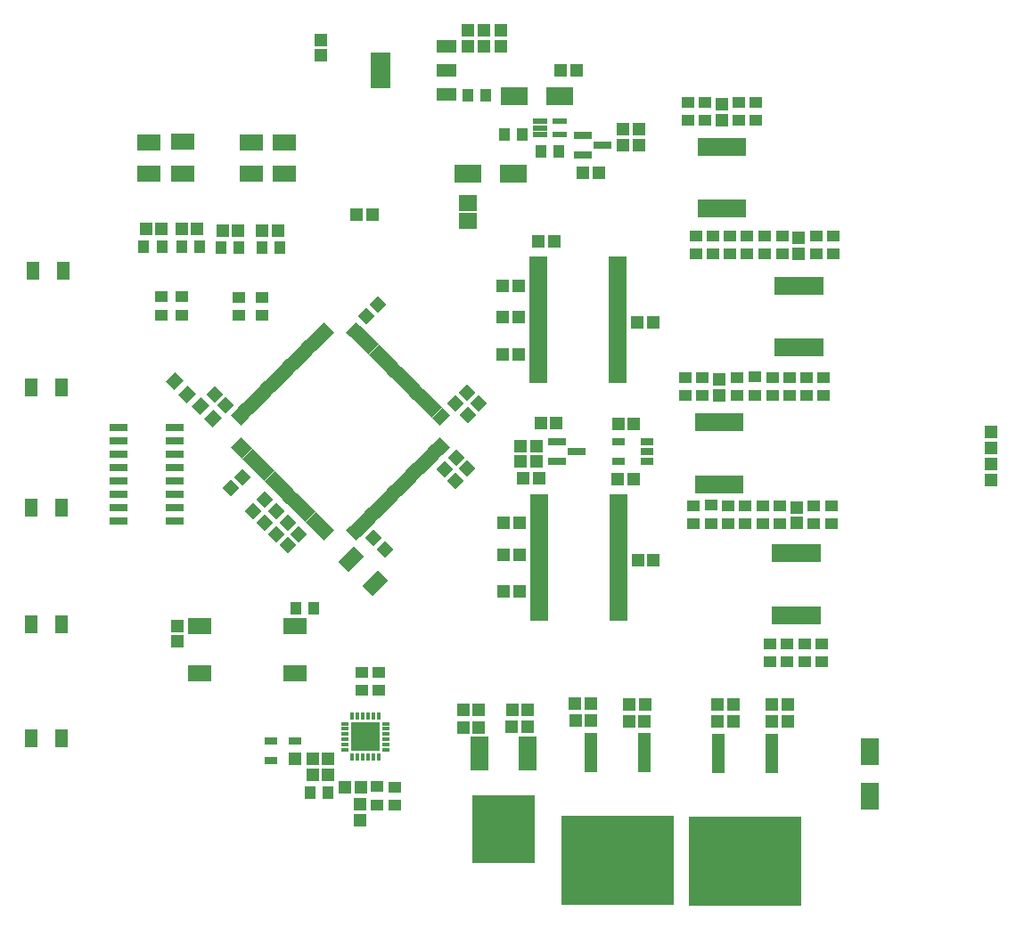
<source format=gtp>
G04*
G04 #@! TF.GenerationSoftware,Altium Limited,Altium Designer,25.2.1 (25)*
G04*
G04 Layer_Color=8421504*
%FSLAX44Y44*%
%MOMM*%
G71*
G04*
G04 #@! TF.SameCoordinates,A71CF6F4-CF6F-4F02-8CC4-27F24B5748F8*
G04*
G04*
G04 #@! TF.FilePolarity,Positive*
G04*
G01*
G75*
%ADD14R,1.2160X3.7040*%
%ADD15R,10.6900X8.5800*%
G04:AMPARAMS|DCode=16|XSize=1.15mm|YSize=1.15mm|CornerRadius=0mm|HoleSize=0mm|Usage=FLASHONLY|Rotation=0.000|XOffset=0mm|YOffset=0mm|HoleType=Round|Shape=RoundedRectangle|*
%AMROUNDEDRECTD16*
21,1,1.1500,1.1500,0,0,0.0*
21,1,1.1500,1.1500,0,0,0.0*
1,1,0.0000,0.5750,-0.5750*
1,1,0.0000,-0.5750,-0.5750*
1,1,0.0000,-0.5750,0.5750*
1,1,0.0000,0.5750,0.5750*
%
%ADD16ROUNDEDRECTD16*%
%ADD17R,1.2000X1.1000*%
%ADD18R,1.1000X1.2000*%
G04:AMPARAMS|DCode=19|XSize=1.3938mm|YSize=0.5048mm|CornerRadius=0mm|HoleSize=0mm|Usage=FLASHONLY|Rotation=135.000|XOffset=0mm|YOffset=0mm|HoleType=Round|Shape=Rectangle|*
%AMROTATEDRECTD19*
4,1,4,0.6713,-0.3143,0.3143,-0.6713,-0.6713,0.3143,-0.3143,0.6713,0.6713,-0.3143,0.0*
%
%ADD19ROTATEDRECTD19*%

%ADD20R,0.4000X0.8000*%
%ADD21R,0.8000X0.4000*%
%ADD22R,1.2900X1.7500*%
%ADD23R,2.7500X2.7500*%
G04:AMPARAMS|DCode=24|XSize=1.15mm|YSize=1.15mm|CornerRadius=0mm|HoleSize=0mm|Usage=FLASHONLY|Rotation=90.000|XOffset=0mm|YOffset=0mm|HoleType=Round|Shape=RoundedRectangle|*
%AMROUNDEDRECTD24*
21,1,1.1500,1.1500,0,0,90.0*
21,1,1.1500,1.1500,0,0,90.0*
1,1,0.0000,0.5750,0.5750*
1,1,0.0000,0.5750,-0.5750*
1,1,0.0000,-0.5750,-0.5750*
1,1,0.0000,-0.5750,0.5750*
%
%ADD24ROUNDEDRECTD24*%
%ADD25R,1.3000X0.8000*%
%ADD26R,1.3000X1.2500*%
%ADD27R,2.3000X1.6000*%
%ADD28R,2.3000X1.5500*%
G04:AMPARAMS|DCode=29|XSize=1.3938mm|YSize=0.5048mm|CornerRadius=0mm|HoleSize=0mm|Usage=FLASHONLY|Rotation=225.000|XOffset=0mm|YOffset=0mm|HoleType=Round|Shape=Rectangle|*
%AMROTATEDRECTD29*
4,1,4,0.3143,0.6713,0.6713,0.3143,-0.3143,-0.6713,-0.6713,-0.3143,0.3143,0.6713,0.0*
%
%ADD29ROTATEDRECTD29*%

%ADD30R,1.2000X0.8000*%
%ADD31R,2.5500X1.7500*%
%ADD32R,0.6500X1.6750*%
%ADD33R,1.4000X0.6000*%
%ADD34R,1.7500X2.5500*%
%ADD35R,1.9500X1.1500*%
%ADD36R,1.9500X3.4000*%
%ADD37R,1.6750X0.5000*%
%ADD38R,1.7000X0.7500*%
%ADD39R,6.0000X6.4000*%
%ADD40R,1.8000X3.2000*%
G04:AMPARAMS|DCode=41|XSize=1.2mm|YSize=1.1mm|CornerRadius=0mm|HoleSize=0mm|Usage=FLASHONLY|Rotation=45.000|XOffset=0mm|YOffset=0mm|HoleType=Round|Shape=Rectangle|*
%AMROTATEDRECTD41*
4,1,4,-0.0354,-0.8132,-0.8132,-0.0354,0.0354,0.8132,0.8132,0.0354,-0.0354,-0.8132,0.0*
%
%ADD41ROTATEDRECTD41*%

G04:AMPARAMS|DCode=42|XSize=2.1mm|YSize=1.4mm|CornerRadius=0mm|HoleSize=0mm|Usage=FLASHONLY|Rotation=225.000|XOffset=0mm|YOffset=0mm|HoleType=Round|Shape=Rectangle|*
%AMROTATEDRECTD42*
4,1,4,0.2475,1.2374,1.2374,0.2475,-0.2475,-1.2374,-1.2374,-0.2475,0.2475,1.2374,0.0*
%
%ADD42ROTATEDRECTD42*%

%ADD43R,1.7000X1.5000*%
G04:AMPARAMS|DCode=44|XSize=1.15mm|YSize=1.15mm|CornerRadius=0mm|HoleSize=0mm|Usage=FLASHONLY|Rotation=135.000|XOffset=0mm|YOffset=0mm|HoleType=Round|Shape=RoundedRectangle|*
%AMROUNDEDRECTD44*
21,1,1.1500,1.1500,0,0,135.0*
21,1,1.1500,1.1500,0,0,135.0*
1,1,0.0000,0.0000,0.8132*
1,1,0.0000,0.8132,0.0000*
1,1,0.0000,0.0000,-0.8132*
1,1,0.0000,-0.8132,0.0000*
%
%ADD44ROUNDEDRECTD44*%
G04:AMPARAMS|DCode=45|XSize=1.15mm|YSize=1.15mm|CornerRadius=0mm|HoleSize=0mm|Usage=FLASHONLY|Rotation=225.000|XOffset=0mm|YOffset=0mm|HoleType=Round|Shape=RoundedRectangle|*
%AMROUNDEDRECTD45*
21,1,1.1500,1.1500,0,0,225.0*
21,1,1.1500,1.1500,0,0,225.0*
1,1,0.0000,-0.8132,0.0000*
1,1,0.0000,0.0000,0.8132*
1,1,0.0000,0.8132,0.0000*
1,1,0.0000,0.0000,-0.8132*
%
%ADD45ROUNDEDRECTD45*%
%ADD46R,1.7000X0.8000*%
D14*
X990190Y157996D02*
D03*
X1040990D02*
D03*
X869394Y158496D02*
D03*
X920194D02*
D03*
D15*
X1015590Y55866D02*
D03*
X894794Y56366D02*
D03*
D16*
X1004770Y204164D02*
D03*
X989770D02*
D03*
Y188593D02*
D03*
X1004770D02*
D03*
X1041340Y204366D02*
D03*
X1056340D02*
D03*
Y188366D02*
D03*
X1041340D02*
D03*
X519182Y655078D02*
D03*
X534182D02*
D03*
X571998Y654689D02*
D03*
X556998D02*
D03*
X619590Y137170D02*
D03*
X604590D02*
D03*
X619590Y152941D02*
D03*
X604590D02*
D03*
X650340Y125441D02*
D03*
X635340D02*
D03*
X446326Y656298D02*
D03*
X461326D02*
D03*
X480141Y656364D02*
D03*
X495141D02*
D03*
X855274Y807112D02*
D03*
X840274D02*
D03*
X646604Y670179D02*
D03*
X661604D02*
D03*
X747811Y199286D02*
D03*
X762811D02*
D03*
X905199Y188593D02*
D03*
X920199D02*
D03*
X920541Y204164D02*
D03*
X905541D02*
D03*
X854394Y188866D02*
D03*
X869394D02*
D03*
X869294Y205116D02*
D03*
X854294D02*
D03*
X809023Y182904D02*
D03*
X794023D02*
D03*
X794311Y199286D02*
D03*
X809311D02*
D03*
X762811Y182786D02*
D03*
X747811D02*
D03*
X861541Y710112D02*
D03*
X876541D02*
D03*
X910011Y471024D02*
D03*
X895011D02*
D03*
X804710Y419115D02*
D03*
X819710D02*
D03*
X786273Y376840D02*
D03*
X801273D02*
D03*
X786278Y346615D02*
D03*
X801278D02*
D03*
X786528Y311865D02*
D03*
X801528D02*
D03*
X928778Y341865D02*
D03*
X913778D02*
D03*
X834120Y645042D02*
D03*
X819120D02*
D03*
X785590Y602431D02*
D03*
X800590D02*
D03*
X785590Y572431D02*
D03*
X800590D02*
D03*
X785590Y537431D02*
D03*
X800590D02*
D03*
X928090Y567681D02*
D03*
X913090D02*
D03*
X909980Y418445D02*
D03*
X894979D02*
D03*
X821530Y471973D02*
D03*
X836530D02*
D03*
D17*
X983182Y376730D02*
D03*
X1048648Y393431D02*
D03*
X1080850Y393330D02*
D03*
X666340Y109191D02*
D03*
Y126191D02*
D03*
X683090Y125941D02*
D03*
Y108941D02*
D03*
X1090121Y515433D02*
D03*
Y498433D02*
D03*
X1041545Y515523D02*
D03*
Y498523D02*
D03*
X1073913Y498431D02*
D03*
Y515431D02*
D03*
X1057663Y498431D02*
D03*
Y515431D02*
D03*
X1034316Y632733D02*
D03*
Y649733D02*
D03*
X1099125Y632673D02*
D03*
Y649673D02*
D03*
X1050816Y649733D02*
D03*
Y632733D02*
D03*
X1083090Y649576D02*
D03*
Y632575D02*
D03*
X1017717Y650061D02*
D03*
Y633061D02*
D03*
X968717Y650061D02*
D03*
Y633061D02*
D03*
X1001217D02*
D03*
Y650061D02*
D03*
X984967Y633061D02*
D03*
Y650061D02*
D03*
X961312Y759810D02*
D03*
Y776811D02*
D03*
X1026217Y759561D02*
D03*
Y776561D02*
D03*
X977455Y776961D02*
D03*
Y759961D02*
D03*
X1009717Y776811D02*
D03*
Y759811D02*
D03*
X556654Y574384D02*
D03*
Y591384D02*
D03*
X534670Y574431D02*
D03*
Y591431D02*
D03*
X480141Y574836D02*
D03*
Y591836D02*
D03*
X461326Y574836D02*
D03*
Y591836D02*
D03*
X651340Y218191D02*
D03*
X667590D02*
D03*
X651340Y235191D02*
D03*
X667590D02*
D03*
X1024873Y498649D02*
D03*
Y515649D02*
D03*
X974926Y498206D02*
D03*
Y515206D02*
D03*
X1007623Y515399D02*
D03*
Y498399D02*
D03*
X958640Y515130D02*
D03*
Y498130D02*
D03*
X983182Y393730D02*
D03*
X999406Y393522D02*
D03*
Y376522D02*
D03*
X966808Y376599D02*
D03*
Y393599D02*
D03*
X1015656Y376522D02*
D03*
Y393522D02*
D03*
X1080850Y376330D02*
D03*
X1048648Y376431D02*
D03*
X1097350Y393330D02*
D03*
Y376330D02*
D03*
X1032398Y393431D02*
D03*
Y376431D02*
D03*
X1055840Y261931D02*
D03*
Y244931D02*
D03*
X1072090Y261931D02*
D03*
Y244931D02*
D03*
X1039590Y244931D02*
D03*
Y261931D02*
D03*
X1088340Y244931D02*
D03*
Y261931D02*
D03*
D18*
X556528Y638954D02*
D03*
X573528D02*
D03*
X619340Y121013D02*
D03*
X602340D02*
D03*
X605993Y296170D02*
D03*
X588993D02*
D03*
X803931Y746706D02*
D03*
X786931D02*
D03*
X838860Y730464D02*
D03*
X821860D02*
D03*
X461539Y639811D02*
D03*
X444539D02*
D03*
X517446Y638942D02*
D03*
X534446D02*
D03*
X497308Y639811D02*
D03*
X480308D02*
D03*
X769160Y783362D02*
D03*
X752160D02*
D03*
D19*
X671782Y395088D02*
D03*
X668246Y391552D02*
D03*
X533896Y476405D02*
D03*
X537431Y479941D02*
D03*
X540967Y483476D02*
D03*
X544502Y487012D02*
D03*
X548038Y490547D02*
D03*
X551573Y494083D02*
D03*
X555109Y497618D02*
D03*
X558645Y501154D02*
D03*
X562180Y504689D02*
D03*
X565716Y508225D02*
D03*
X569251Y511760D02*
D03*
X572787Y515296D02*
D03*
X576322Y518832D02*
D03*
X579858Y522367D02*
D03*
X583393Y525903D02*
D03*
X586929Y529438D02*
D03*
X590464Y532974D02*
D03*
X594000Y536509D02*
D03*
X597535Y540045D02*
D03*
X601071Y543580D02*
D03*
X604607Y547116D02*
D03*
X608142Y550651D02*
D03*
X611678Y554187D02*
D03*
X615213Y557723D02*
D03*
X618749Y561258D02*
D03*
X728350Y451656D02*
D03*
X724815Y448121D02*
D03*
X721279Y444585D02*
D03*
X717744Y441050D02*
D03*
X714208Y437514D02*
D03*
X710673Y433979D02*
D03*
X707137Y430443D02*
D03*
X703601Y426908D02*
D03*
X700066Y423372D02*
D03*
X696530Y419837D02*
D03*
X692995Y416301D02*
D03*
X689459Y412766D02*
D03*
X685924Y409230D02*
D03*
X682388Y405695D02*
D03*
X678853Y402159D02*
D03*
X675317Y398624D02*
D03*
X664711Y388017D02*
D03*
X661175Y384481D02*
D03*
X657639Y380946D02*
D03*
X654104Y377410D02*
D03*
X650568Y373875D02*
D03*
X647033Y370339D02*
D03*
X643497Y366804D02*
D03*
D20*
X657340Y193191D02*
D03*
X642340D02*
D03*
X647340D02*
D03*
X652340D02*
D03*
X662340D02*
D03*
X667340D02*
D03*
Y154191D02*
D03*
X662340D02*
D03*
X657340D02*
D03*
X652340D02*
D03*
X647340D02*
D03*
X642340D02*
D03*
D21*
X635340Y176191D02*
D03*
X674340Y186191D02*
D03*
Y181191D02*
D03*
Y176191D02*
D03*
Y171191D02*
D03*
Y166191D02*
D03*
Y161191D02*
D03*
X635340D02*
D03*
Y166191D02*
D03*
Y171191D02*
D03*
Y181191D02*
D03*
Y186191D02*
D03*
D22*
X366050Y280884D02*
D03*
X337450D02*
D03*
X366050Y172376D02*
D03*
X337450D02*
D03*
X366050Y391945D02*
D03*
X337450D02*
D03*
Y506273D02*
D03*
X366050D02*
D03*
X367617Y616952D02*
D03*
X339017D02*
D03*
D23*
X654840Y173691D02*
D03*
D24*
X650090Y109441D02*
D03*
Y94441D02*
D03*
X476033Y279325D02*
D03*
Y264325D02*
D03*
X1066840Y647826D02*
D03*
Y632826D02*
D03*
X993590Y775061D02*
D03*
Y760061D02*
D03*
X612226Y836352D02*
D03*
Y821352D02*
D03*
X817672Y450234D02*
D03*
Y435234D02*
D03*
X801884Y450253D02*
D03*
Y435253D02*
D03*
X752035Y830043D02*
D03*
Y845043D02*
D03*
X767785Y830043D02*
D03*
Y845043D02*
D03*
X783785Y830043D02*
D03*
Y845043D02*
D03*
X991206Y498630D02*
D03*
Y513630D02*
D03*
X1064648Y376931D02*
D03*
Y391931D02*
D03*
X915090Y736459D02*
D03*
Y751459D02*
D03*
X899352Y736498D02*
D03*
Y751498D02*
D03*
X1249521Y432652D02*
D03*
Y417652D02*
D03*
Y448152D02*
D03*
Y463152D02*
D03*
D25*
X565340Y150741D02*
D03*
Y169941D02*
D03*
X588340D02*
D03*
D26*
Y152991D02*
D03*
D27*
X497173Y234496D02*
D03*
Y279095D02*
D03*
X588173Y234496D02*
D03*
Y279095D02*
D03*
D28*
X546467Y709040D02*
D03*
Y739040D02*
D03*
X481136Y739467D02*
D03*
Y709467D02*
D03*
X449613Y708967D02*
D03*
Y738967D02*
D03*
X577845Y709004D02*
D03*
Y739004D02*
D03*
D29*
X714208Y490547D02*
D03*
X707137Y497618D02*
D03*
X692995Y511760D02*
D03*
X696530Y508225D02*
D03*
X700066Y504689D02*
D03*
X703601Y501154D02*
D03*
X710673Y494083D02*
D03*
X643497Y561258D02*
D03*
X647033Y557723D02*
D03*
X650568Y554187D02*
D03*
X654104Y550651D02*
D03*
X657639Y547116D02*
D03*
X661175Y543580D02*
D03*
X664711Y540045D02*
D03*
X668246Y536509D02*
D03*
X671782Y532974D02*
D03*
X675317Y529438D02*
D03*
X678853Y525903D02*
D03*
X682388Y522367D02*
D03*
X685924Y518832D02*
D03*
X689459Y515296D02*
D03*
X717744Y487012D02*
D03*
X721279Y483476D02*
D03*
X724815Y479941D02*
D03*
X728350Y476405D02*
D03*
X618749Y366804D02*
D03*
X615213Y370339D02*
D03*
X611678Y373875D02*
D03*
X608142Y377410D02*
D03*
X604607Y380946D02*
D03*
X601071Y384481D02*
D03*
X597535Y388017D02*
D03*
X594000Y391552D02*
D03*
X590464Y395088D02*
D03*
X586929Y398624D02*
D03*
X583393Y402159D02*
D03*
X579858Y405695D02*
D03*
X576322Y409230D02*
D03*
X572787Y412766D02*
D03*
X569251Y416301D02*
D03*
X565716Y419837D02*
D03*
X562180Y423372D02*
D03*
X558645Y426908D02*
D03*
X555109Y430443D02*
D03*
X551573Y433979D02*
D03*
X548038Y437514D02*
D03*
X544502Y441050D02*
D03*
X540967Y444585D02*
D03*
X537431Y448121D02*
D03*
X533896Y451656D02*
D03*
D30*
X895031Y435214D02*
D03*
Y454214D02*
D03*
X922531D02*
D03*
Y444714D02*
D03*
Y435214D02*
D03*
D31*
X839774Y782351D02*
D03*
X796774D02*
D03*
X795117Y709119D02*
D03*
X752117D02*
D03*
D32*
X1086340Y543801D02*
D03*
X1079840D02*
D03*
X1073340D02*
D03*
X1066840D02*
D03*
X1060340D02*
D03*
X1053840D02*
D03*
X1047340D02*
D03*
Y602561D02*
D03*
X1053840D02*
D03*
X1060340D02*
D03*
X1066840D02*
D03*
X1073340D02*
D03*
X1079840D02*
D03*
X1086340D02*
D03*
X1013090Y675931D02*
D03*
X1006590D02*
D03*
X1000090D02*
D03*
X993590D02*
D03*
X987090D02*
D03*
X980590D02*
D03*
X974090D02*
D03*
Y734691D02*
D03*
X980590D02*
D03*
X987090D02*
D03*
X993590D02*
D03*
X1000090D02*
D03*
X1006590D02*
D03*
X1013090D02*
D03*
X1083840Y348061D02*
D03*
X1077340D02*
D03*
X1070840D02*
D03*
X1064340D02*
D03*
X1057840D02*
D03*
X1051340D02*
D03*
X1044840D02*
D03*
Y289301D02*
D03*
X1051340D02*
D03*
X1057840D02*
D03*
X1064340D02*
D03*
X1070840D02*
D03*
X1077340D02*
D03*
X1083840D02*
D03*
X1010840Y472561D02*
D03*
X1004340D02*
D03*
X997840D02*
D03*
X991340D02*
D03*
X984840D02*
D03*
X978340D02*
D03*
X971840D02*
D03*
Y413801D02*
D03*
X978340D02*
D03*
X984840D02*
D03*
X991340D02*
D03*
X997840D02*
D03*
X1004340D02*
D03*
X1010840D02*
D03*
D33*
X820774Y759128D02*
D03*
Y752628D02*
D03*
Y746128D02*
D03*
X839774D02*
D03*
Y759128D02*
D03*
D34*
X1134340Y159976D02*
D03*
Y116976D02*
D03*
D35*
X732410Y784112D02*
D03*
Y807112D02*
D03*
Y830112D02*
D03*
D36*
X669410Y807112D02*
D03*
D37*
X818960Y627931D02*
D03*
Y622931D02*
D03*
Y617931D02*
D03*
Y612931D02*
D03*
Y607931D02*
D03*
Y602931D02*
D03*
Y597931D02*
D03*
Y592931D02*
D03*
Y587931D02*
D03*
Y582931D02*
D03*
Y577931D02*
D03*
Y572931D02*
D03*
Y567931D02*
D03*
Y562931D02*
D03*
Y557931D02*
D03*
Y552931D02*
D03*
Y547931D02*
D03*
Y542931D02*
D03*
Y537931D02*
D03*
Y532931D02*
D03*
Y527931D02*
D03*
Y522931D02*
D03*
Y517931D02*
D03*
Y512931D02*
D03*
X894720D02*
D03*
Y517931D02*
D03*
Y522931D02*
D03*
Y527931D02*
D03*
Y532931D02*
D03*
Y537931D02*
D03*
Y542931D02*
D03*
Y547931D02*
D03*
Y552931D02*
D03*
Y557931D02*
D03*
Y562931D02*
D03*
Y567931D02*
D03*
Y572931D02*
D03*
Y577931D02*
D03*
Y582931D02*
D03*
Y587931D02*
D03*
Y592931D02*
D03*
Y597931D02*
D03*
Y602931D02*
D03*
Y607931D02*
D03*
Y612931D02*
D03*
Y617931D02*
D03*
Y622931D02*
D03*
Y627931D02*
D03*
X819710Y401865D02*
D03*
Y396865D02*
D03*
Y391865D02*
D03*
Y386865D02*
D03*
Y381865D02*
D03*
Y376865D02*
D03*
Y371865D02*
D03*
Y366865D02*
D03*
Y361865D02*
D03*
Y356865D02*
D03*
Y351865D02*
D03*
Y346865D02*
D03*
Y341865D02*
D03*
Y336865D02*
D03*
Y331865D02*
D03*
Y326865D02*
D03*
Y321865D02*
D03*
Y316865D02*
D03*
Y311865D02*
D03*
Y306865D02*
D03*
Y301865D02*
D03*
Y296865D02*
D03*
Y291865D02*
D03*
Y286865D02*
D03*
X895470D02*
D03*
Y291865D02*
D03*
Y296865D02*
D03*
Y301865D02*
D03*
Y306865D02*
D03*
Y311865D02*
D03*
Y316865D02*
D03*
Y321865D02*
D03*
Y326865D02*
D03*
Y331865D02*
D03*
Y336865D02*
D03*
Y341865D02*
D03*
Y346865D02*
D03*
Y351865D02*
D03*
Y356865D02*
D03*
Y361865D02*
D03*
Y366865D02*
D03*
Y371865D02*
D03*
Y376865D02*
D03*
Y381865D02*
D03*
Y386865D02*
D03*
Y391865D02*
D03*
Y396865D02*
D03*
Y401865D02*
D03*
D38*
X474145Y378922D02*
D03*
Y391622D02*
D03*
Y404322D02*
D03*
Y417022D02*
D03*
Y429722D02*
D03*
Y442422D02*
D03*
Y455122D02*
D03*
Y467822D02*
D03*
X420145Y378922D02*
D03*
Y391622D02*
D03*
Y404322D02*
D03*
Y417022D02*
D03*
Y429722D02*
D03*
Y442422D02*
D03*
Y455122D02*
D03*
Y467822D02*
D03*
D39*
X786061Y85886D02*
D03*
D40*
X763201Y157686D02*
D03*
X808921D02*
D03*
D41*
X509974Y476100D02*
D03*
X497953Y488121D02*
D03*
X485918Y499515D02*
D03*
X473897Y511536D02*
D03*
D42*
X641691Y342329D02*
D03*
X664318Y319702D02*
D03*
D43*
X752606Y664256D02*
D03*
Y681256D02*
D03*
D44*
X522181Y488576D02*
D03*
X511575Y499183D02*
D03*
X673404Y351834D02*
D03*
X662798Y362441D02*
D03*
X740651Y417321D02*
D03*
X730045Y427927D02*
D03*
X751553Y428447D02*
D03*
X740947Y439053D02*
D03*
D45*
X666707Y584234D02*
D03*
X656100Y573628D02*
D03*
X527457Y409952D02*
D03*
X538063Y420559D02*
D03*
X559284Y377541D02*
D03*
X569891Y388148D02*
D03*
X548284Y388418D02*
D03*
X558891Y399024D02*
D03*
X762591Y490322D02*
D03*
X751985Y479715D02*
D03*
X751410Y501104D02*
D03*
X740803Y490497D02*
D03*
X580978Y355680D02*
D03*
X591585Y366287D02*
D03*
X570368Y366468D02*
D03*
X580975Y377075D02*
D03*
D46*
X855841Y445113D02*
D03*
X836841Y435613D02*
D03*
Y454613D02*
D03*
X880416Y736349D02*
D03*
X861416Y726850D02*
D03*
Y745850D02*
D03*
M02*

</source>
